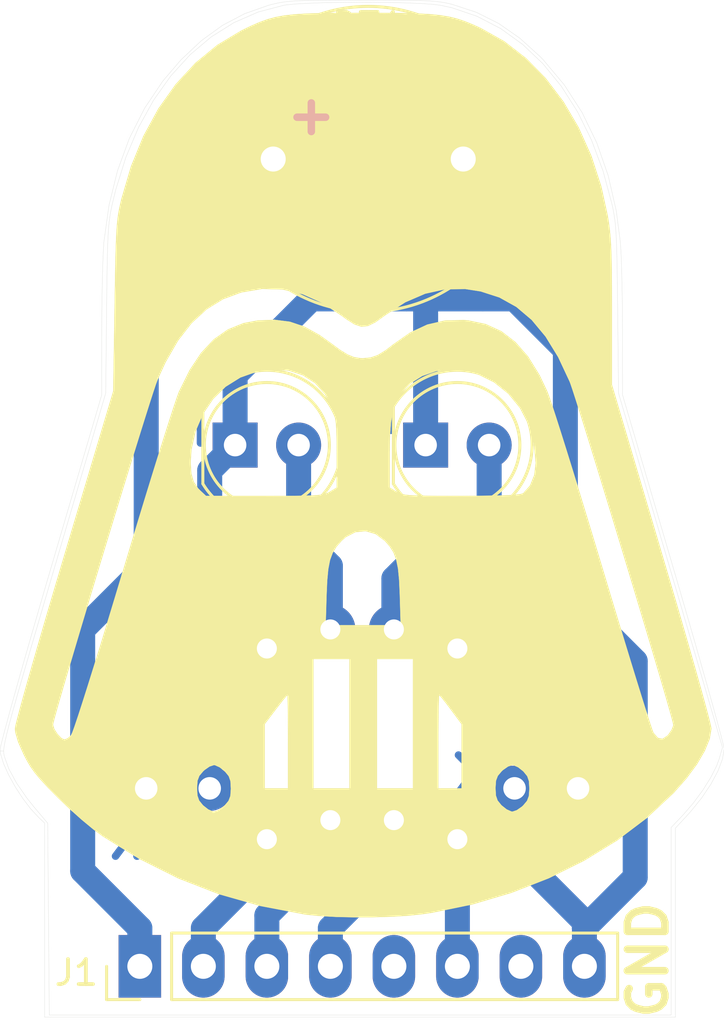
<source format=kicad_pcb>
(kicad_pcb (version 4) (host pcbnew 4.0.7-e2-6376~58~ubuntu16.04.1)

  (general
    (links 14)
    (no_connects 0)
    (area 115.872999 57.706999 145.239001 101.267619)
    (thickness 1.6)
    (drawings 8)
    (tracks 68)
    (zones 0)
    (modules 12)
    (nets 11)
  )

  (page A4)
  (layers
    (0 F.Cu signal)
    (31 B.Cu signal)
    (32 B.Adhes user)
    (33 F.Adhes user)
    (34 B.Paste user)
    (35 F.Paste user)
    (36 B.SilkS user)
    (37 F.SilkS user)
    (38 B.Mask user)
    (39 F.Mask user)
    (40 Dwgs.User user)
    (41 Cmts.User user)
    (42 Eco1.User user)
    (43 Eco2.User user)
    (44 Edge.Cuts user)
    (45 Margin user)
    (46 B.CrtYd user)
    (47 F.CrtYd user)
    (48 B.Fab user)
    (49 F.Fab user)
  )

  (setup
    (last_trace_width 1)
    (trace_clearance 0.2)
    (zone_clearance 0.508)
    (zone_45_only no)
    (trace_min 0.2)
    (segment_width 0.2)
    (edge_width 0.15)
    (via_size 0.6)
    (via_drill 0.4)
    (via_min_size 0.4)
    (via_min_drill 0.3)
    (uvia_size 0.3)
    (uvia_drill 0.1)
    (uvias_allowed no)
    (uvia_min_size 0.2)
    (uvia_min_drill 0.1)
    (pcb_text_width 0.3)
    (pcb_text_size 1.5 1.5)
    (mod_edge_width 0.15)
    (mod_text_size 1 1)
    (mod_text_width 0.15)
    (pad_size 1.8 1.8)
    (pad_drill 0.9)
    (pad_to_mask_clearance 0.2)
    (aux_axis_origin 0 0)
    (visible_elements FFFFFEFF)
    (pcbplotparams
      (layerselection 0x03030_80000001)
      (usegerberextensions false)
      (gerberprecision 5)
      (excludeedgelayer false)
      (linewidth 0.050000)
      (plotframeref true)
      (viasonmask false)
      (mode 1)
      (useauxorigin false)
      (hpglpennumber 1)
      (hpglpenspeed 20)
      (hpglpendiameter 15)
      (hpglpenoverlay 2)
      (psnegative false)
      (psa4output false)
      (plotreference true)
      (plotvalue true)
      (plotinvisibletext false)
      (padsonsilk false)
      (subtractmaskfromsilk false)
      (outputformat 1)
      (mirror false)
      (drillshape 0)
      (scaleselection 1)
      (outputdirectory gerber/))
  )

  (net 0 "")
  (net 1 "Net-(BZ1-Pad1)")
  (net 2 GND)
  (net 3 "Net-(D1-Pad2)")
  (net 4 "Net-(D2-Pad2)")
  (net 5 "Net-(D3-Pad2)")
  (net 6 "Net-(D4-Pad2)")
  (net 7 "Net-(J1-Pad2)")
  (net 8 "Net-(J1-Pad3)")
  (net 9 "Net-(J1-Pad4)")
  (net 10 "Net-(J1-Pad6)")

  (net_class Default "This is the default net class."
    (clearance 0.2)
    (trace_width 1)
    (via_dia 0.6)
    (via_drill 0.4)
    (uvia_dia 0.3)
    (uvia_drill 0.1)
    (add_net GND)
    (add_net "Net-(BZ1-Pad1)")
    (add_net "Net-(D1-Pad2)")
    (add_net "Net-(D2-Pad2)")
    (add_net "Net-(D3-Pad2)")
    (add_net "Net-(D4-Pad2)")
    (add_net "Net-(J1-Pad2)")
    (add_net "Net-(J1-Pad3)")
    (add_net "Net-(J1-Pad4)")
    (add_net "Net-(J1-Pad6)")
  )

  (module Darth:darth_borda (layer F.Cu) (tedit 0) (tstamp 5A9AEDCE)
    (at 130.556 78.232)
    (fp_text reference Darthzinho (at 0 0) (layer F.SilkS) hide
      (effects (font (thickness 0.3)))
    )
    (fp_text value Darthzinho (at 0.75 0) (layer F.SilkS) hide
      (effects (font (thickness 0.3)))
    )
    (fp_poly (pts (xy 0.798251 -20.319267) (xy 1.447995 -20.316408) (xy 1.970054 -20.310438) (xy 2.385251 -20.300373)
      (xy 2.714408 -20.285225) (xy 2.978347 -20.264011) (xy 3.197891 -20.235744) (xy 3.393862 -20.199438)
      (xy 3.587083 -20.154108) (xy 3.605956 -20.149321) (xy 4.566735 -19.833549) (xy 5.459283 -19.38842)
      (xy 6.304493 -18.801227) (xy 7.123257 -18.059262) (xy 7.240518 -17.938602) (xy 8.082899 -16.937138)
      (xy 8.799368 -15.826307) (xy 9.386903 -14.613241) (xy 9.842483 -13.30507) (xy 10.163087 -11.908924)
      (xy 10.327765 -10.652206) (xy 10.349794 -10.315216) (xy 10.369744 -9.841023) (xy 10.386838 -9.261757)
      (xy 10.400296 -8.609544) (xy 10.409342 -7.916511) (xy 10.413196 -7.214785) (xy 10.413275 -7.12217)
      (xy 10.414 -4.550005) (xy 12.446 2.372418) (xy 12.754084 3.425482) (xy 13.047969 4.436843)
      (xy 13.324147 5.394033) (xy 13.579114 6.284585) (xy 13.809363 7.096031) (xy 14.011389 7.815905)
      (xy 14.181686 8.431739) (xy 14.316749 8.931067) (xy 14.413071 9.30142) (xy 14.467147 9.530332)
      (xy 14.478 9.598707) (xy 14.413918 10.002363) (xy 14.231735 10.483341) (xy 13.946543 11.014398)
      (xy 13.573431 11.568293) (xy 13.127493 12.117785) (xy 13.011616 12.245649) (xy 12.530666 12.764965)
      (xy 12.530666 20.32) (xy -12.7 20.32) (xy -12.7 12.560183) (xy -12.919592 12.354925)
      (xy -13.248762 12.002572) (xy -13.575826 11.573916) (xy -13.880485 11.104528) (xy -14.142439 10.629981)
      (xy -14.341388 10.185846) (xy -14.457034 9.807695) (xy -14.470937 9.685905) (xy -14.335409 9.685905)
      (xy -14.332374 9.774401) (xy -14.320971 9.84911) (xy -14.309099 9.90058) (xy -14.126877 10.400643)
      (xy -13.819934 10.965644) (xy -13.404929 11.567322) (xy -13.10925 11.936231) (xy -12.574473 12.569462)
      (xy -12.543011 16.402398) (xy -12.511548 20.235333) (xy 12.361333 20.235333) (xy 12.361333 12.738129)
      (xy 12.841326 12.232231) (xy 13.245527 11.765404) (xy 13.621093 11.256058) (xy 13.941011 10.746048)
      (xy 14.178266 10.277231) (xy 14.27757 10.006875) (xy 14.412948 9.54119) (xy 12.334064 2.463428)
      (xy 10.255179 -4.614334) (xy 10.219557 -7.958667) (xy 10.209813 -8.815382) (xy 10.199858 -9.522744)
      (xy 10.188632 -10.100733) (xy 10.175073 -10.569327) (xy 10.158122 -10.948506) (xy 10.136718 -11.258247)
      (xy 10.1098 -11.518531) (xy 10.076308 -11.749335) (xy 10.035181 -11.970639) (xy 9.997086 -12.149667)
      (xy 9.637893 -13.486487) (xy 9.175225 -14.725405) (xy 8.615671 -15.858778) (xy 7.965816 -16.878963)
      (xy 7.232249 -17.778316) (xy 6.421557 -18.549194) (xy 5.540327 -19.183953) (xy 4.595146 -19.674952)
      (xy 3.592602 -20.014545) (xy 3.132666 -20.114456) (xy 2.819533 -20.153005) (xy 2.367092 -20.184091)
      (xy 1.805206 -20.207714) (xy 1.163737 -20.223873) (xy 0.472545 -20.232568) (xy -0.238508 -20.2338)
      (xy -0.939559 -20.227569) (xy -1.600748 -20.213874) (xy -2.192213 -20.192716) (xy -2.684091 -20.164094)
      (xy -3.046522 -20.128009) (xy -3.132667 -20.114456) (xy -4.158478 -19.844256) (xy -5.129838 -19.41927)
      (xy -6.040162 -18.847143) (xy -6.88286 -18.135518) (xy -7.651347 -17.292038) (xy -8.339034 -16.324346)
      (xy -8.939334 -15.240085) (xy -9.44566 -14.046899) (xy -9.851425 -12.752432) (xy -9.997087 -12.149667)
      (xy -10.04491 -11.921902) (xy -10.08427 -11.700243) (xy -10.116227 -11.464711) (xy -10.141841 -11.195329)
      (xy -10.162173 -10.872116) (xy -10.178283 -10.475095) (xy -10.19123 -9.984287) (xy -10.202075 -9.379713)
      (xy -10.211879 -8.641394) (xy -10.219498 -7.958667) (xy -10.25506 -4.614334) (xy -12.330283 2.449913)
      (xy -12.692649 3.683831) (xy -13.009988 4.765934) (xy -13.285119 5.70684) (xy -13.520863 6.517166)
      (xy -13.720039 7.207529) (xy -13.885468 7.788547) (xy -14.019969 8.270839) (xy -14.126362 8.665021)
      (xy -14.207468 8.981711) (xy -14.266105 9.231527) (xy -14.305095 9.425086) (xy -14.327256 9.573006)
      (xy -14.335409 9.685905) (xy -14.470937 9.685905) (xy -14.478 9.624043) (xy -14.4545 9.494085)
      (xy -14.386337 9.214316) (xy -14.277024 8.797263) (xy -14.130071 8.255451) (xy -13.948989 7.601407)
      (xy -13.737289 6.847656) (xy -13.498482 6.006725) (xy -13.236077 5.091139) (xy -12.953588 4.113425)
      (xy -12.654523 3.086109) (xy -12.446001 2.374169) (xy -10.414001 -4.546638) (xy -10.413276 -7.120486)
      (xy -10.410177 -7.821127) (xy -10.401785 -8.517338) (xy -10.388879 -9.177009) (xy -10.372235 -9.768033)
      (xy -10.352633 -10.258301) (xy -10.330847 -10.615707) (xy -10.327766 -10.652206) (xy -10.124835 -12.117844)
      (xy -9.784348 -13.501598) (xy -9.309326 -14.796336) (xy -8.70279 -15.99493) (xy -7.967761 -17.090247)
      (xy -7.240519 -17.938602) (xy -6.423848 -18.703963) (xy -5.583746 -19.312717) (xy -4.699323 -19.777571)
      (xy -3.749685 -20.111235) (xy -3.605957 -20.149321) (xy -3.411919 -20.195555) (xy -3.217099 -20.232671)
      (xy -3.000674 -20.261656) (xy -2.741822 -20.283495) (xy -2.419721 -20.299174) (xy -2.013548 -20.309677)
      (xy -1.50248 -20.315992) (xy -0.865696 -20.319103) (xy -0.082373 -20.319995) (xy -0.000001 -20.32)
      (xy 0.798251 -20.319267)) (layer Edge.Cuts) (width 0.01))
    (fp_poly (pts (xy 0.798251 -20.319267) (xy 1.447995 -20.316408) (xy 1.970054 -20.310438) (xy 2.385251 -20.300373)
      (xy 2.714408 -20.285225) (xy 2.978347 -20.264011) (xy 3.197891 -20.235744) (xy 3.393862 -20.199438)
      (xy 3.587083 -20.154108) (xy 3.605956 -20.149321) (xy 4.566735 -19.833549) (xy 5.459283 -19.38842)
      (xy 6.304493 -18.801227) (xy 7.123257 -18.059262) (xy 7.240518 -17.938602) (xy 8.082899 -16.937138)
      (xy 8.799368 -15.826307) (xy 9.386903 -14.613241) (xy 9.842483 -13.30507) (xy 10.163087 -11.908924)
      (xy 10.327765 -10.652206) (xy 10.349794 -10.315216) (xy 10.369744 -9.841023) (xy 10.386838 -9.261757)
      (xy 10.400296 -8.609544) (xy 10.409342 -7.916511) (xy 10.413196 -7.214785) (xy 10.413275 -7.12217)
      (xy 10.414 -4.550005) (xy 12.446 2.372418) (xy 12.754084 3.425482) (xy 13.047969 4.436843)
      (xy 13.324147 5.394033) (xy 13.579114 6.284585) (xy 13.809363 7.096031) (xy 14.011389 7.815905)
      (xy 14.181686 8.431739) (xy 14.316749 8.931067) (xy 14.413071 9.30142) (xy 14.467147 9.530332)
      (xy 14.478 9.598707) (xy 14.413918 10.002363) (xy 14.231735 10.483341) (xy 13.946543 11.014398)
      (xy 13.573431 11.568293) (xy 13.127493 12.117785) (xy 13.011616 12.245649) (xy 12.530666 12.764965)
      (xy 12.530666 20.32) (xy -12.7 20.32) (xy -12.7 12.560183) (xy -12.919592 12.354925)
      (xy -13.248762 12.002572) (xy -13.575826 11.573916) (xy -13.880485 11.104528) (xy -14.142439 10.629981)
      (xy -14.341388 10.185846) (xy -14.457034 9.807695) (xy -14.470937 9.685905) (xy -14.335409 9.685905)
      (xy -14.332374 9.774401) (xy -14.320971 9.84911) (xy -14.309099 9.90058) (xy -14.126877 10.400643)
      (xy -13.819934 10.965644) (xy -13.404929 11.567322) (xy -13.10925 11.936231) (xy -12.574473 12.569462)
      (xy -12.543011 16.402398) (xy -12.511548 20.235333) (xy 12.361333 20.235333) (xy 12.361333 12.738129)
      (xy 12.841326 12.232231) (xy 13.245527 11.765404) (xy 13.621093 11.256058) (xy 13.941011 10.746048)
      (xy 14.178266 10.277231) (xy 14.27757 10.006875) (xy 14.412948 9.54119) (xy 12.334064 2.463428)
      (xy 10.255179 -4.614334) (xy 10.219557 -7.958667) (xy 10.209813 -8.815382) (xy 10.199858 -9.522744)
      (xy 10.188632 -10.100733) (xy 10.175073 -10.569327) (xy 10.158122 -10.948506) (xy 10.136718 -11.258247)
      (xy 10.1098 -11.518531) (xy 10.076308 -11.749335) (xy 10.035181 -11.970639) (xy 9.997086 -12.149667)
      (xy 9.637893 -13.486487) (xy 9.175225 -14.725405) (xy 8.615671 -15.858778) (xy 7.965816 -16.878963)
      (xy 7.232249 -17.778316) (xy 6.421557 -18.549194) (xy 5.540327 -19.183953) (xy 4.595146 -19.674952)
      (xy 3.592602 -20.014545) (xy 3.132666 -20.114456) (xy 2.819533 -20.153005) (xy 2.367092 -20.184091)
      (xy 1.805206 -20.207714) (xy 1.163737 -20.223873) (xy 0.472545 -20.232568) (xy -0.238508 -20.2338)
      (xy -0.939559 -20.227569) (xy -1.600748 -20.213874) (xy -2.192213 -20.192716) (xy -2.684091 -20.164094)
      (xy -3.046522 -20.128009) (xy -3.132667 -20.114456) (xy -4.158478 -19.844256) (xy -5.129838 -19.41927)
      (xy -6.040162 -18.847143) (xy -6.88286 -18.135518) (xy -7.651347 -17.292038) (xy -8.339034 -16.324346)
      (xy -8.939334 -15.240085) (xy -9.44566 -14.046899) (xy -9.851425 -12.752432) (xy -9.997087 -12.149667)
      (xy -10.04491 -11.921902) (xy -10.08427 -11.700243) (xy -10.116227 -11.464711) (xy -10.141841 -11.195329)
      (xy -10.162173 -10.872116) (xy -10.178283 -10.475095) (xy -10.19123 -9.984287) (xy -10.202075 -9.379713)
      (xy -10.211879 -8.641394) (xy -10.219498 -7.958667) (xy -10.25506 -4.614334) (xy -12.330283 2.449913)
      (xy -12.692649 3.683831) (xy -13.009988 4.765934) (xy -13.285119 5.70684) (xy -13.520863 6.517166)
      (xy -13.720039 7.207529) (xy -13.885468 7.788547) (xy -14.019969 8.270839) (xy -14.126362 8.665021)
      (xy -14.207468 8.981711) (xy -14.266105 9.231527) (xy -14.305095 9.425086) (xy -14.327256 9.573006)
      (xy -14.335409 9.685905) (xy -14.470937 9.685905) (xy -14.478 9.624043) (xy -14.4545 9.494085)
      (xy -14.386337 9.214316) (xy -14.277024 8.797263) (xy -14.130071 8.255451) (xy -13.948989 7.601407)
      (xy -13.737289 6.847656) (xy -13.498482 6.006725) (xy -13.236077 5.091139) (xy -12.953588 4.113425)
      (xy -12.654523 3.086109) (xy -12.446001 2.374169) (xy -10.414001 -4.546638) (xy -10.413276 -7.120486)
      (xy -10.410177 -7.821127) (xy -10.401785 -8.517338) (xy -10.388879 -9.177009) (xy -10.372235 -9.768033)
      (xy -10.352633 -10.258301) (xy -10.330847 -10.615707) (xy -10.327766 -10.652206) (xy -10.124835 -12.117844)
      (xy -9.784348 -13.501598) (xy -9.309326 -14.796336) (xy -8.70279 -15.99493) (xy -7.967761 -17.090247)
      (xy -7.240519 -17.938602) (xy -6.423848 -18.703963) (xy -5.583746 -19.312717) (xy -4.699323 -19.777571)
      (xy -3.749685 -20.111235) (xy -3.605957 -20.149321) (xy -3.411919 -20.195555) (xy -3.217099 -20.232671)
      (xy -3.000674 -20.261656) (xy -2.741822 -20.283495) (xy -2.419721 -20.299174) (xy -2.013548 -20.309677)
      (xy -1.50248 -20.315992) (xy -0.865696 -20.319103) (xy -0.082373 -20.319995) (xy -0.000001 -20.32)
      (xy 0.798251 -20.319267)) (layer Margin) (width 0.01))
  )

  (module Buzzers_Beepers:Buzzer_12x9.5RM7.6 (layer F.Cu) (tedit 5A9B01D3) (tstamp 5A9AEE42)
    (at 127 64.262)
    (descr "Generic Buzzer, D12mm height 9.5mm with RM7.6mm")
    (tags buzzer)
    (path /5A95F091)
    (fp_text reference BZ1 (at 3.81 -5.334) (layer F.SilkS)
      (effects (font (size 1 1) (thickness 0.15)))
    )
    (fp_text value Buzzer (at 3.8 7.4) (layer F.Fab)
      (effects (font (size 1 1) (thickness 0.15)))
    )
    (fp_text user + (at -0.01 -2.54) (layer F.SilkS)
      (effects (font (size 1 1) (thickness 0.15)))
    )
    (fp_text user + (at -0.01 -2.54) (layer F.SilkS)
      (effects (font (size 1 1) (thickness 0.15)))
    )
    (fp_text user %R (at 3.8 -4) (layer F.Fab)
      (effects (font (size 1 1) (thickness 0.15)))
    )
    (fp_circle (center 3.8 0) (end 10.05 0) (layer F.CrtYd) (width 0.05))
    (fp_circle (center 3.8 0) (end 9.8 0) (layer F.Fab) (width 0.1))
    (fp_circle (center 3.8 0) (end 4.8 0) (layer F.Fab) (width 0.1))
    (fp_circle (center 3.8 0) (end 9.9 0) (layer F.SilkS) (width 0.12))
    (pad 1 thru_hole rect (at 0 0) (size 2 2) (drill 1) (layers *.Cu *.Mask)
      (net 1 "Net-(BZ1-Pad1)"))
    (pad 2 thru_hole circle (at 7.6 0) (size 2.3 2.3) (drill 1) (layers *.Cu *.Mask)
      (net 2 GND))
    (model ${KISYS3DMOD}/Buzzers_Beepers.3dshapes/Buzzer_12x9.5RM7.6.wrl
      (at (xyz 0.15 0 0))
      (scale (xyz 4 4 4))
      (rotate (xyz 0 0 0))
    )
  )

  (module Resistors_ThroughHole:R_Axial_DIN0207_L6.3mm_D2.5mm_P7.62mm_Horizontal (layer F.Cu) (tedit 5A9B0172) (tstamp 5A9AEEBE)
    (at 126.746 91.44 90)
    (descr "Resistor, Axial_DIN0207 series, Axial, Horizontal, pin pitch=7.62mm, 0.25W = 1/4W, length*diameter=6.3*2.5mm^2, http://cdn-reichelt.de/documents/datenblatt/B400/1_4W%23YAG.pdf")
    (tags "Resistor Axial_DIN0207 series Axial Horizontal pin pitch 7.62mm 0.25W = 1/4W length 6.3mm diameter 2.5mm")
    (path /5A95F655)
    (fp_text reference R1 (at 1.524 0 90) (layer F.SilkS) hide
      (effects (font (size 1 1) (thickness 0.15)))
    )
    (fp_text value R (at 3.81 2.31 90) (layer F.Fab)
      (effects (font (size 1 1) (thickness 0.15)))
    )
    (fp_line (start 0.66 -1.25) (end 0.66 1.25) (layer F.Fab) (width 0.1))
    (fp_line (start 0.66 1.25) (end 6.96 1.25) (layer F.Fab) (width 0.1))
    (fp_line (start 6.96 1.25) (end 6.96 -1.25) (layer F.Fab) (width 0.1))
    (fp_line (start 6.96 -1.25) (end 0.66 -1.25) (layer F.Fab) (width 0.1))
    (fp_line (start 0 0) (end 0.66 0) (layer F.Fab) (width 0.1))
    (fp_line (start 7.62 0) (end 6.96 0) (layer F.Fab) (width 0.1))
    (fp_line (start 0.6 -0.98) (end 0.6 -1.31) (layer F.SilkS) (width 0.12))
    (fp_line (start 0.6 -1.31) (end 7.02 -1.31) (layer F.SilkS) (width 0.12))
    (fp_line (start 7.02 -1.31) (end 7.02 -0.98) (layer F.SilkS) (width 0.12))
    (fp_line (start 0.6 0.98) (end 0.6 1.31) (layer F.SilkS) (width 0.12))
    (fp_line (start 0.6 1.31) (end 7.02 1.31) (layer F.SilkS) (width 0.12))
    (fp_line (start 7.02 1.31) (end 7.02 0.98) (layer F.SilkS) (width 0.12))
    (fp_line (start -1.05 -1.6) (end -1.05 1.6) (layer F.CrtYd) (width 0.05))
    (fp_line (start -1.05 1.6) (end 8.7 1.6) (layer F.CrtYd) (width 0.05))
    (fp_line (start 8.7 1.6) (end 8.7 -1.6) (layer F.CrtYd) (width 0.05))
    (fp_line (start 8.7 -1.6) (end -1.05 -1.6) (layer F.CrtYd) (width 0.05))
    (pad 1 thru_hole circle (at 0 0 90) (size 2 2) (drill 0.8) (layers *.Cu *.Mask)
      (net 7 "Net-(J1-Pad2)"))
    (pad 2 thru_hole oval (at 7.62 0 90) (size 2 2) (drill 0.8) (layers *.Cu *.Mask)
      (net 3 "Net-(D1-Pad2)"))
    (model ${KISYS3DMOD}/Resistors_THT.3dshapes/R_Axial_DIN0207_L6.3mm_D2.5mm_P7.62mm_Horizontal.wrl
      (at (xyz 0 0 0))
      (scale (xyz 0.393701 0.393701 0.393701))
      (rotate (xyz 0 0 0))
    )
  )

  (module Resistors_ThroughHole:R_Axial_DIN0207_L6.3mm_D2.5mm_P7.62mm_Horizontal (layer F.Cu) (tedit 5A9B016D) (tstamp 5A9AEED4)
    (at 129.286 90.678 90)
    (descr "Resistor, Axial_DIN0207 series, Axial, Horizontal, pin pitch=7.62mm, 0.25W = 1/4W, length*diameter=6.3*2.5mm^2, http://cdn-reichelt.de/documents/datenblatt/B400/1_4W%23YAG.pdf")
    (tags "Resistor Axial_DIN0207 series Axial Horizontal pin pitch 7.62mm 0.25W = 1/4W length 6.3mm diameter 2.5mm")
    (path /5A95F595)
    (fp_text reference R2 (at 1.524 0 90) (layer F.SilkS) hide
      (effects (font (size 1 1) (thickness 0.15)))
    )
    (fp_text value R (at 3.81 2.31 90) (layer F.Fab)
      (effects (font (size 1 1) (thickness 0.15)))
    )
    (fp_line (start 0.66 -1.25) (end 0.66 1.25) (layer F.Fab) (width 0.1))
    (fp_line (start 0.66 1.25) (end 6.96 1.25) (layer F.Fab) (width 0.1))
    (fp_line (start 6.96 1.25) (end 6.96 -1.25) (layer F.Fab) (width 0.1))
    (fp_line (start 6.96 -1.25) (end 0.66 -1.25) (layer F.Fab) (width 0.1))
    (fp_line (start 0 0) (end 0.66 0) (layer F.Fab) (width 0.1))
    (fp_line (start 7.62 0) (end 6.96 0) (layer F.Fab) (width 0.1))
    (fp_line (start 0.6 -0.98) (end 0.6 -1.31) (layer F.SilkS) (width 0.12))
    (fp_line (start 0.6 -1.31) (end 7.02 -1.31) (layer F.SilkS) (width 0.12))
    (fp_line (start 7.02 -1.31) (end 7.02 -0.98) (layer F.SilkS) (width 0.12))
    (fp_line (start 0.6 0.98) (end 0.6 1.31) (layer F.SilkS) (width 0.12))
    (fp_line (start 0.6 1.31) (end 7.02 1.31) (layer F.SilkS) (width 0.12))
    (fp_line (start 7.02 1.31) (end 7.02 0.98) (layer F.SilkS) (width 0.12))
    (fp_line (start -1.05 -1.6) (end -1.05 1.6) (layer F.CrtYd) (width 0.05))
    (fp_line (start -1.05 1.6) (end 8.7 1.6) (layer F.CrtYd) (width 0.05))
    (fp_line (start 8.7 1.6) (end 8.7 -1.6) (layer F.CrtYd) (width 0.05))
    (fp_line (start 8.7 -1.6) (end -1.05 -1.6) (layer F.CrtYd) (width 0.05))
    (pad 1 thru_hole circle (at 0 0 90) (size 2 2) (drill 0.8) (layers *.Cu *.Mask)
      (net 8 "Net-(J1-Pad3)"))
    (pad 2 thru_hole oval (at 7.62 0 90) (size 2 2) (drill 0.8) (layers *.Cu *.Mask)
      (net 4 "Net-(D2-Pad2)"))
    (model ${KISYS3DMOD}/Resistors_THT.3dshapes/R_Axial_DIN0207_L6.3mm_D2.5mm_P7.62mm_Horizontal.wrl
      (at (xyz 0 0 0))
      (scale (xyz 0.393701 0.393701 0.393701))
      (rotate (xyz 0 0 0))
    )
  )

  (module Resistors_ThroughHole:R_Axial_DIN0207_L6.3mm_D2.5mm_P7.62mm_Horizontal (layer F.Cu) (tedit 5A9B0162) (tstamp 5A9AEEEA)
    (at 131.826 90.678 90)
    (descr "Resistor, Axial_DIN0207 series, Axial, Horizontal, pin pitch=7.62mm, 0.25W = 1/4W, length*diameter=6.3*2.5mm^2, http://cdn-reichelt.de/documents/datenblatt/B400/1_4W%23YAG.pdf")
    (tags "Resistor Axial_DIN0207 series Axial Horizontal pin pitch 7.62mm 0.25W = 1/4W length 6.3mm diameter 2.5mm")
    (path /5A95F4FA)
    (fp_text reference R3 (at 1.524 0 90) (layer F.SilkS) hide
      (effects (font (size 1 1) (thickness 0.15)))
    )
    (fp_text value R (at 3.81 2.31 90) (layer F.Fab)
      (effects (font (size 1 1) (thickness 0.15)))
    )
    (fp_line (start 0.66 -1.25) (end 0.66 1.25) (layer F.Fab) (width 0.1))
    (fp_line (start 0.66 1.25) (end 6.96 1.25) (layer F.Fab) (width 0.1))
    (fp_line (start 6.96 1.25) (end 6.96 -1.25) (layer F.Fab) (width 0.1))
    (fp_line (start 6.96 -1.25) (end 0.66 -1.25) (layer F.Fab) (width 0.1))
    (fp_line (start 0 0) (end 0.66 0) (layer F.Fab) (width 0.1))
    (fp_line (start 7.62 0) (end 6.96 0) (layer F.Fab) (width 0.1))
    (fp_line (start 0.6 -0.98) (end 0.6 -1.31) (layer F.SilkS) (width 0.12))
    (fp_line (start 0.6 -1.31) (end 7.02 -1.31) (layer F.SilkS) (width 0.12))
    (fp_line (start 7.02 -1.31) (end 7.02 -0.98) (layer F.SilkS) (width 0.12))
    (fp_line (start 0.6 0.98) (end 0.6 1.31) (layer F.SilkS) (width 0.12))
    (fp_line (start 0.6 1.31) (end 7.02 1.31) (layer F.SilkS) (width 0.12))
    (fp_line (start 7.02 1.31) (end 7.02 0.98) (layer F.SilkS) (width 0.12))
    (fp_line (start -1.05 -1.6) (end -1.05 1.6) (layer F.CrtYd) (width 0.05))
    (fp_line (start -1.05 1.6) (end 8.7 1.6) (layer F.CrtYd) (width 0.05))
    (fp_line (start 8.7 1.6) (end 8.7 -1.6) (layer F.CrtYd) (width 0.05))
    (fp_line (start 8.7 -1.6) (end -1.05 -1.6) (layer F.CrtYd) (width 0.05))
    (pad 1 thru_hole circle (at 0 0 90) (size 2 2) (drill 0.8) (layers *.Cu *.Mask)
      (net 9 "Net-(J1-Pad4)"))
    (pad 2 thru_hole oval (at 7.62 0 90) (size 2 2) (drill 0.8) (layers *.Cu *.Mask)
      (net 5 "Net-(D3-Pad2)"))
    (model ${KISYS3DMOD}/Resistors_THT.3dshapes/R_Axial_DIN0207_L6.3mm_D2.5mm_P7.62mm_Horizontal.wrl
      (at (xyz 0 0 0))
      (scale (xyz 0.393701 0.393701 0.393701))
      (rotate (xyz 0 0 0))
    )
  )

  (module Resistors_ThroughHole:R_Axial_DIN0207_L6.3mm_D2.5mm_P7.62mm_Horizontal (layer F.Cu) (tedit 5A9B0168) (tstamp 5A9AEF00)
    (at 134.366 91.44 90)
    (descr "Resistor, Axial_DIN0207 series, Axial, Horizontal, pin pitch=7.62mm, 0.25W = 1/4W, length*diameter=6.3*2.5mm^2, http://cdn-reichelt.de/documents/datenblatt/B400/1_4W%23YAG.pdf")
    (tags "Resistor Axial_DIN0207 series Axial Horizontal pin pitch 7.62mm 0.25W = 1/4W length 6.3mm diameter 2.5mm")
    (path /5A95F323)
    (fp_text reference R4 (at 1.524 0.254 90) (layer F.SilkS) hide
      (effects (font (size 1 1) (thickness 0.15)))
    )
    (fp_text value R (at 3.81 2.31 90) (layer F.Fab)
      (effects (font (size 1 1) (thickness 0.15)))
    )
    (fp_line (start 0.66 -1.25) (end 0.66 1.25) (layer F.Fab) (width 0.1))
    (fp_line (start 0.66 1.25) (end 6.96 1.25) (layer F.Fab) (width 0.1))
    (fp_line (start 6.96 1.25) (end 6.96 -1.25) (layer F.Fab) (width 0.1))
    (fp_line (start 6.96 -1.25) (end 0.66 -1.25) (layer F.Fab) (width 0.1))
    (fp_line (start 0 0) (end 0.66 0) (layer F.Fab) (width 0.1))
    (fp_line (start 7.62 0) (end 6.96 0) (layer F.Fab) (width 0.1))
    (fp_line (start 0.6 -0.98) (end 0.6 -1.31) (layer F.SilkS) (width 0.12))
    (fp_line (start 0.6 -1.31) (end 7.02 -1.31) (layer F.SilkS) (width 0.12))
    (fp_line (start 7.02 -1.31) (end 7.02 -0.98) (layer F.SilkS) (width 0.12))
    (fp_line (start 0.6 0.98) (end 0.6 1.31) (layer F.SilkS) (width 0.12))
    (fp_line (start 0.6 1.31) (end 7.02 1.31) (layer F.SilkS) (width 0.12))
    (fp_line (start 7.02 1.31) (end 7.02 0.98) (layer F.SilkS) (width 0.12))
    (fp_line (start -1.05 -1.6) (end -1.05 1.6) (layer F.CrtYd) (width 0.05))
    (fp_line (start -1.05 1.6) (end 8.7 1.6) (layer F.CrtYd) (width 0.05))
    (fp_line (start 8.7 1.6) (end 8.7 -1.6) (layer F.CrtYd) (width 0.05))
    (fp_line (start 8.7 -1.6) (end -1.05 -1.6) (layer F.CrtYd) (width 0.05))
    (pad 1 thru_hole circle (at 0 0 90) (size 2 2) (drill 0.8) (layers *.Cu *.Mask)
      (net 10 "Net-(J1-Pad6)"))
    (pad 2 thru_hole oval (at 7.62 0 90) (size 2 2) (drill 0.8) (layers *.Cu *.Mask)
      (net 6 "Net-(D4-Pad2)"))
    (model ${KISYS3DMOD}/Resistors_THT.3dshapes/R_Axial_DIN0207_L6.3mm_D2.5mm_P7.62mm_Horizontal.wrl
      (at (xyz 0 0 0))
      (scale (xyz 0.393701 0.393701 0.393701))
      (rotate (xyz 0 0 0))
    )
  )

  (module Darth:darth (layer F.Cu) (tedit 5A9B0054) (tstamp 5A9AEF4E)
    (at 130.556 76.454)
    (fp_text reference G*** (at 0 0) (layer F.SilkS) hide
      (effects (font (thickness 0.3)))
    )
    (fp_text value LOGO (at 0.75 0) (layer F.SilkS) hide
      (effects (font (thickness 0.3)))
    )
    (fp_poly (pts (xy 0.909464 -18.032116) (xy 1.629558 -18.024547) (xy 2.224892 -18.00842) (xy 2.717739 -17.980865)
      (xy 3.130373 -17.939008) (xy 3.485069 -17.879976) (xy 3.804102 -17.800898) (xy 4.109745 -17.6989)
      (xy 4.424273 -17.571111) (xy 4.741168 -17.428048) (xy 5.682392 -16.899221) (xy 6.553399 -16.224942)
      (xy 7.345983 -15.417332) (xy 8.051935 -14.488511) (xy 8.66305 -13.450597) (xy 9.17112 -12.315711)
      (xy 9.56794 -11.095972) (xy 9.826084 -9.918754) (xy 9.872317 -9.627689) (xy 9.909215 -9.337145)
      (xy 9.937778 -9.02372) (xy 9.959007 -8.664008) (xy 9.973903 -8.234605) (xy 9.983466 -7.712106)
      (xy 9.988697 -7.073108) (xy 9.990595 -6.294206) (xy 9.990667 -6.06868) (xy 9.990667 -3.17952)
      (xy 11.980333 3.530656) (xy 12.294113 4.592837) (xy 12.591459 5.607126) (xy 12.868935 6.561359)
      (xy 13.123104 7.443376) (xy 13.350528 8.241014) (xy 13.547773 8.942111) (xy 13.711399 9.534506)
      (xy 13.837972 10.006036) (xy 13.924054 10.34454) (xy 13.966208 10.537855) (xy 13.97 10.571612)
      (xy 13.901647 10.979187) (xy 13.704729 11.460092) (xy 13.391456 11.993547) (xy 12.974038 12.558777)
      (xy 12.464685 13.135004) (xy 12.461866 13.137942) (xy 11.393878 14.133798) (xy 10.194767 15.038764)
      (xy 8.881032 15.844898) (xy 7.469175 16.544258) (xy 5.975697 17.128905) (xy 4.4171 17.590895)
      (xy 2.809884 17.922288) (xy 2.388922 17.985683) (xy 1.836195 18.043558) (xy 1.171728 18.083054)
      (xy 0.44121 18.104092) (xy -0.309669 18.106593) (xy -1.035221 18.090477) (xy -1.689755 18.055665)
      (xy -2.227583 18.002078) (xy -2.286 17.993809) (xy -4.056207 17.656621) (xy -5.739497 17.178458)
      (xy -7.350994 16.553482) (xy -8.905822 15.775852) (xy -10.371667 14.871864) (xy -10.753809 14.589452)
      (xy -11.206329 14.216039) (xy -11.687463 13.7875) (xy -12.155448 13.339714) (xy -12.157089 13.33808)
      (xy -12.537207 12.954) (xy -6.604 12.954) (xy -6.587381 13.243036) (xy -6.519184 13.440474)
      (xy -6.371897 13.622333) (xy -6.356513 13.637846) (xy -6.155939 13.796033) (xy -5.965885 13.880809)
      (xy -5.926667 13.885333) (xy -5.752583 13.827808) (xy -5.547239 13.68493) (xy -5.496821 13.637846)
      (xy -5.342315 13.454039) (xy -5.269014 13.260495) (xy -5.249407 12.981197) (xy -5.249333 12.954)
      (xy -5.265952 12.664963) (xy -5.33415 12.467525) (xy -5.481437 12.285666) (xy -5.496821 12.270153)
      (xy -5.697395 12.111966) (xy -5.887449 12.02719) (xy -5.926667 12.022666) (xy -6.100751 12.080191)
      (xy -6.306095 12.223069) (xy -6.356513 12.270153) (xy -6.511018 12.45396) (xy -6.584319 12.647504)
      (xy -6.603927 12.926802) (xy -6.604 12.954) (xy -12.537207 12.954) (xy -12.559542 12.931433)
      (xy -12.862461 12.607737) (xy -13.091017 12.33539) (xy -13.270382 12.082787) (xy -13.425725 11.818328)
      (xy -13.532922 11.610696) (xy -13.756715 11.107881) (xy -13.870412 10.721616) (xy -13.885333 10.570399)
      (xy -13.861317 10.43619) (xy -13.856386 10.416098) (xy -12.361333 10.416098) (xy -12.30875 10.58753)
      (xy -12.182547 10.783701) (xy -12.030047 10.943684) (xy -11.902644 11.006666) (xy -11.769013 10.948854)
      (xy -11.64361 10.83948) (xy -11.593816 10.730792) (xy -11.499526 10.470161) (xy -11.471175 10.386016)
      (xy -3.894667 10.386016) (xy -3.894667 12.954) (xy -2.963333 12.954) (xy -2.963333 11.091333)
      (xy -2.964448 10.550226) (xy -2.967567 10.070916) (xy -2.972359 9.677568) (xy -2.978488 9.39435)
      (xy -2.985622 9.245428) (xy -2.989068 9.228666) (xy -3.048226 9.291218) (xy -3.184056 9.458198)
      (xy -3.371597 9.698587) (xy -3.454735 9.807341) (xy -3.894667 10.386016) (xy -11.471175 10.386016)
      (xy -11.364054 10.068091) (xy -11.190714 9.535081) (xy -10.982822 8.881634) (xy -10.743692 8.11825)
      (xy -10.641889 7.789333) (xy -1.947333 7.789333) (xy -1.947333 12.954) (xy -0.508 12.954)
      (xy -0.508 7.789333) (xy 0.592667 7.789333) (xy 0.592667 12.954) (xy 2.032 12.954)
      (xy 2.032 11.091333) (xy 3.048 11.091333) (xy 3.048 12.954) (xy 3.979333 12.954)
      (xy 5.334 12.954) (xy 5.350619 13.243036) (xy 5.418816 13.440474) (xy 5.566103 13.622333)
      (xy 5.581487 13.637846) (xy 5.782061 13.796033) (xy 5.972115 13.880809) (xy 6.011333 13.885333)
      (xy 6.185417 13.827808) (xy 6.390761 13.68493) (xy 6.441179 13.637846) (xy 6.595685 13.454039)
      (xy 6.668986 13.260495) (xy 6.688593 12.981197) (xy 6.688667 12.954) (xy 6.672048 12.664963)
      (xy 6.60385 12.467525) (xy 6.456563 12.285666) (xy 6.441179 12.270153) (xy 6.240605 12.111966)
      (xy 6.050551 12.02719) (xy 6.011333 12.022666) (xy 5.837249 12.080191) (xy 5.631905 12.223069)
      (xy 5.581487 12.270153) (xy 5.426982 12.45396) (xy 5.353681 12.647504) (xy 5.334073 12.926802)
      (xy 5.334 12.954) (xy 3.979333 12.954) (xy 3.979333 10.392378) (xy 3.547986 9.810522)
      (xy 3.349329 9.547578) (xy 3.1903 9.346479) (xy 3.09605 9.238652) (xy 3.082319 9.228666)
      (xy 3.072349 9.309304) (xy 3.063518 9.535108) (xy 3.056271 9.88191) (xy 3.051053 10.325545)
      (xy 3.048309 10.841846) (xy 3.048 11.091333) (xy 2.032 11.091333) (xy 2.032 7.789333)
      (xy 0.592667 7.789333) (xy -0.508 7.789333) (xy -1.947333 7.789333) (xy -10.641889 7.789333)
      (xy -10.476639 7.255432) (xy -10.225117 6.434666) (xy -1.458164 6.434666) (xy 1.54283 6.434666)
      (xy 1.50677 5.228166) (xy 1.480389 4.631368) (xy 1.435705 4.171365) (xy 1.363792 3.81588)
      (xy 1.255727 3.532635) (xy 1.102587 3.289354) (xy 0.909631 3.068338) (xy 0.54129 2.793277)
      (xy 0.139748 2.676432) (xy -0.268104 2.717818) (xy -0.655378 2.917446) (xy -0.824182 3.06753)
      (xy -1.02807 3.302879) (xy -1.178424 3.547667) (xy -1.28418 3.834189) (xy -1.354277 4.194743)
      (xy -1.397653 4.661626) (xy -1.422104 5.228166) (xy -1.458164 6.434666) (xy -10.225117 6.434666)
      (xy -10.184976 6.303681) (xy -9.872019 5.273499) (xy -9.55759 4.230364) (xy -9.247904 3.203052)
      (xy -8.946 2.208921) (xy -8.656261 1.261966) (xy -8.383069 0.37618) (xy -8.243476 -0.072391)
      (xy -6.858 -0.072391) (xy -6.830639 0.371042) (xy -6.73744 0.700604) (xy -6.561731 0.964463)
      (xy -6.465499 1.061576) (xy -6.240607 1.27) (xy -3.90347 1.269683) (xy -3.208645 1.268891)
      (xy -2.662245 1.265828) (xy -2.243366 1.259148) (xy -1.931101 1.247507) (xy -1.704546 1.22956)
      (xy -1.542795 1.203961) (xy -1.424943 1.169365) (xy -1.330084 1.124427) (xy -1.291167 1.101594)
      (xy -1.016 0.933822) (xy -1.016 -0.418913) (xy 1.100667 -0.418913) (xy 1.100667 0.933822)
      (xy 1.375833 1.101594) (xy 1.46726 1.151457) (xy 1.572462 1.190326) (xy 1.712394 1.219531)
      (xy 1.90801 1.240405) (xy 2.180266 1.254279) (xy 2.550117 1.262483) (xy 3.038517 1.266349)
      (xy 3.666421 1.267208) (xy 3.979333 1.26699) (xy 4.734232 1.263937) (xy 5.333209 1.256099)
      (xy 5.789625 1.242897) (xy 6.11684 1.22375) (xy 6.328212 1.19808) (xy 6.437103 1.165306)
      (xy 6.445116 1.159976) (xy 6.717232 0.850455) (xy 6.8872 0.428221) (xy 6.94235 -0.045712)
      (xy 6.868302 -0.850084) (xy 6.653001 -1.590152) (xy 6.308256 -2.250404) (xy 5.845878 -2.815327)
      (xy 5.277676 -3.269409) (xy 4.615458 -3.597135) (xy 4.132516 -3.736707) (xy 3.545842 -3.790191)
      (xy 2.95458 -3.714483) (xy 2.401982 -3.52205) (xy 1.931298 -3.225361) (xy 1.746602 -3.048955)
      (xy 1.520326 -2.764639) (xy 1.351144 -2.461511) (xy 1.231824 -2.110127) (xy 1.155133 -1.681043)
      (xy 1.113841 -1.144817) (xy 1.100717 -0.472003) (xy 1.100667 -0.418913) (xy -1.016 -0.418913)
      (xy -1.018777 -0.953666) (xy -1.029393 -1.35412) (xy -1.051274 -1.65525) (xy -1.087847 -1.892033)
      (xy -1.142539 -2.099445) (xy -1.195561 -2.251568) (xy -1.48435 -2.803643) (xy -1.883167 -3.239689)
      (xy -2.373159 -3.55351) (xy -2.935474 -3.738912) (xy -3.551261 -3.789703) (xy -4.201667 -3.699686)
      (xy -4.867842 -3.462669) (xy -4.873491 -3.460019) (xy -5.459454 -3.094059) (xy -5.962198 -2.598188)
      (xy -6.367144 -1.997295) (xy -6.659712 -1.316266) (xy -6.825324 -0.579991) (xy -6.858 -0.072391)
      (xy -8.243476 -0.072391) (xy -8.130807 -0.434441) (xy -7.903859 -1.155903) (xy -7.706606 -1.774212)
      (xy -7.543432 -2.275372) (xy -7.418718 -2.645389) (xy -7.336848 -2.870269) (xy -7.324642 -2.899754)
      (xy -6.901858 -3.753721) (xy -6.440101 -4.447757) (xy -5.932331 -4.988229) (xy -5.37151 -5.3815)
      (xy -4.7506 -5.633936) (xy -4.182328 -5.741296) (xy -3.500209 -5.768781) (xy -2.887869 -5.690697)
      (xy -2.306061 -5.494951) (xy -1.715538 -5.169451) (xy -1.2495 -4.837655) (xy -0.870523 -4.55933)
      (xy -0.574847 -4.378798) (xy -0.32276 -4.277483) (xy -0.074552 -4.236807) (xy 0.042333 -4.233334)
      (xy 0.342416 -4.261636) (xy 0.625883 -4.360398) (xy 0.938137 -4.550404) (xy 1.236706 -4.780057)
      (xy 1.919802 -5.258787) (xy 2.605299 -5.576596) (xy 3.315757 -5.740691) (xy 4.073737 -5.758278)
      (xy 4.250936 -5.743011) (xy 4.943384 -5.598089) (xy 5.568866 -5.311962) (xy 6.132818 -4.87976)
      (xy 6.640679 -4.29661) (xy 7.097887 -3.557641) (xy 7.4012 -2.920701) (xy 7.475118 -2.724108)
      (xy 7.592712 -2.379367) (xy 7.749534 -1.900681) (xy 7.941138 -1.302254) (xy 8.163079 -0.598287)
      (xy 8.410908 0.197014) (xy 8.680182 1.069447) (xy 8.966452 2.004808) (xy 9.265273 2.988894)
      (xy 9.572198 4.007501) (xy 9.621776 4.172782) (xy 9.924341 5.179374) (xy 10.215243 6.141886)
      (xy 10.490527 7.047548) (xy 10.746237 7.883587) (xy 10.978417 8.637235) (xy 11.183113 9.295721)
      (xy 11.356368 9.846273) (xy 11.494227 10.276121) (xy 11.592735 10.572495) (xy 11.647936 10.722624)
      (xy 11.654657 10.73605) (xy 11.834245 10.940396) (xy 12.014654 10.977218) (xy 12.208187 10.847935)
      (xy 12.247675 10.804456) (xy 12.381951 10.608207) (xy 12.445267 10.436643) (xy 12.446 10.422795)
      (xy 12.421805 10.309383) (xy 12.352191 10.048903) (xy 12.241618 9.656109) (xy 12.094543 9.145756)
      (xy 11.915424 8.532596) (xy 11.708718 7.831385) (xy 11.478886 7.056876) (xy 11.230383 6.223823)
      (xy 10.967669 5.34698) (xy 10.695201 4.4411) (xy 10.417438 3.520937) (xy 10.138837 2.601246)
      (xy 9.863857 1.69678) (xy 9.596955 0.822293) (xy 9.342591 -0.007461) (xy 9.105221 -0.777728)
      (xy 8.889304 -1.473754) (xy 8.699299 -2.080786) (xy 8.539662 -2.584069) (xy 8.414853 -2.968849)
      (xy 8.329328 -3.220374) (xy 8.30016 -3.297754) (xy 7.840682 -4.277167) (xy 7.336488 -5.097408)
      (xy 6.781033 -5.764284) (xy 6.167768 -6.283598) (xy 5.490148 -6.661156) (xy 4.741624 -6.902762)
      (xy 4.126092 -6.998584) (xy 3.323944 -6.98902) (xy 2.522346 -6.812043) (xy 1.726877 -6.469496)
      (xy 0.943112 -5.963226) (xy 0.90219 -5.932002) (xy 0.529392 -5.665516) (xy 0.232039 -5.519285)
      (xy -0.033153 -5.492827) (xy -0.309467 -5.585662) (xy -0.640189 -5.797309) (xy -0.794814 -5.913139)
      (xy -1.587203 -6.436428) (xy -2.38064 -6.791493) (xy -3.178384 -6.979434) (xy -3.983697 -7.001344)
      (xy -4.021667 -6.998318) (xy -4.827739 -6.862062) (xy -5.558858 -6.592449) (xy -6.221365 -6.183956)
      (xy -6.8216 -5.631059) (xy -7.365905 -4.928237) (xy -7.860618 -4.069966) (xy -8.179528 -3.376759)
      (xy -8.243258 -3.203106) (xy -8.348801 -2.887984) (xy -8.491688 -2.446139) (xy -8.667449 -1.892312)
      (xy -8.871613 -1.241249) (xy -9.09971 -0.507692) (xy -9.347269 0.293613) (xy -9.609822 1.147924)
      (xy -9.882898 2.040496) (xy -10.162026 2.956586) (xy -10.442737 3.88145) (xy -10.72056 4.800343)
      (xy -10.991025 5.698523) (xy -11.249663 6.561245) (xy -11.492002 7.373765) (xy -11.713573 8.12134)
      (xy -11.909906 8.789226) (xy -12.076531 9.362679) (xy -12.208977 9.826955) (xy -12.302775 10.16731)
      (xy -12.353453 10.369) (xy -12.361333 10.416098) (xy -13.856386 10.416098) (xy -13.791508 10.151766)
      (xy -13.679271 9.728953) (xy -13.527969 9.179579) (xy -13.340966 8.51547) (xy -13.121624 7.748453)
      (xy -12.873307 6.890354) (xy -12.599379 5.953) (xy -12.303203 4.948219) (xy -11.988142 3.887836)
      (xy -11.919746 3.658703) (xy -9.954159 -2.921) (xy -9.899954 -6.307667) (xy -9.885917 -7.16031)
      (xy -9.872867 -7.863491) (xy -9.859548 -8.437066) (xy -9.844704 -8.900891) (xy -9.82708 -9.274823)
      (xy -9.805419 -9.578717) (xy -9.778467 -9.832431) (xy -9.744967 -10.05582) (xy -9.703664 -10.268741)
      (xy -9.653302 -10.491049) (xy -9.628964 -10.59275) (xy -9.244706 -11.900462) (xy -8.75013 -13.107026)
      (xy -8.151328 -14.203944) (xy -7.454392 -15.182721) (xy -6.665413 -16.034858) (xy -5.790483 -16.751858)
      (xy -4.835694 -17.325226) (xy -4.783667 -17.351105) (xy -4.425272 -17.523135) (xy -4.102073 -17.663681)
      (xy -3.791729 -17.775905) (xy -3.471901 -17.862967) (xy -3.120251 -17.928029) (xy -2.714439 -17.974251)
      (xy -2.232126 -18.004795) (xy -1.650972 -18.022822) (xy -0.948639 -18.031493) (xy -0.102787 -18.033968)
      (xy 0.042333 -18.034) (xy 0.909464 -18.032116)) (layer F.SilkS) (width 0.01))
  )

  (module Pin_Headers:Pin_Header_Straight_1x08_Pitch2.54mm (layer F.Cu) (tedit 5A9B0295) (tstamp 5A9B042C)
    (at 121.666 96.52 90)
    (descr "Through hole straight pin header, 1x08, 2.54mm pitch, single row")
    (tags "Through hole pin header THT 1x08 2.54mm single row")
    (path /5A95FD8A)
    (fp_text reference J1 (at -0.254 -2.54 180) (layer F.SilkS)
      (effects (font (size 1 1) (thickness 0.15)))
    )
    (fp_text value Conn_01x08 (at 0 20.11 90) (layer F.Fab) hide
      (effects (font (size 1 1) (thickness 0.15)))
    )
    (fp_line (start -0.635 -1.27) (end 1.27 -1.27) (layer F.Fab) (width 0.1))
    (fp_line (start 1.27 -1.27) (end 1.27 19.05) (layer F.Fab) (width 0.1))
    (fp_line (start 1.27 19.05) (end -1.27 19.05) (layer F.Fab) (width 0.1))
    (fp_line (start -1.27 19.05) (end -1.27 -0.635) (layer F.Fab) (width 0.1))
    (fp_line (start -1.27 -0.635) (end -0.635 -1.27) (layer F.Fab) (width 0.1))
    (fp_line (start -1.33 19.11) (end 1.33 19.11) (layer F.SilkS) (width 0.12))
    (fp_line (start -1.33 1.27) (end -1.33 19.11) (layer F.SilkS) (width 0.12))
    (fp_line (start 1.33 1.27) (end 1.33 19.11) (layer F.SilkS) (width 0.12))
    (fp_line (start -1.33 1.27) (end 1.33 1.27) (layer F.SilkS) (width 0.12))
    (fp_line (start -1.33 0) (end -1.33 -1.33) (layer F.SilkS) (width 0.12))
    (fp_line (start -1.33 -1.33) (end 0 -1.33) (layer F.SilkS) (width 0.12))
    (fp_line (start -1.8 -1.8) (end -1.8 19.55) (layer F.CrtYd) (width 0.05))
    (fp_line (start -1.8 19.55) (end 1.8 19.55) (layer F.CrtYd) (width 0.05))
    (fp_line (start 1.8 19.55) (end 1.8 -1.8) (layer F.CrtYd) (width 0.05))
    (fp_line (start 1.8 -1.8) (end -1.8 -1.8) (layer F.CrtYd) (width 0.05))
    (fp_text user %R (at 0 8.89 180) (layer F.Fab)
      (effects (font (size 1 1) (thickness 0.15)))
    )
    (pad 1 thru_hole rect (at 0 0 90) (size 2.5 1.7) (drill 1) (layers *.Cu *.Mask)
      (net 1 "Net-(BZ1-Pad1)"))
    (pad 2 thru_hole oval (at 0 2.54 90) (size 2.5 1.7) (drill 1) (layers *.Cu *.Mask)
      (net 7 "Net-(J1-Pad2)"))
    (pad 3 thru_hole oval (at 0 5.08 90) (size 2.5 1.7) (drill 1) (layers *.Cu *.Mask)
      (net 8 "Net-(J1-Pad3)"))
    (pad 4 thru_hole oval (at 0 7.62 90) (size 2.5 1.7) (drill 1) (layers *.Cu *.Mask)
      (net 9 "Net-(J1-Pad4)"))
    (pad 5 thru_hole oval (at 0 10.16 90) (size 2.5 1.7) (drill 1) (layers *.Cu *.Mask))
    (pad 6 thru_hole oval (at 0 12.7 90) (size 2.5 1.7) (drill 1) (layers *.Cu *.Mask)
      (net 10 "Net-(J1-Pad6)"))
    (pad 7 thru_hole oval (at 0 15.24 90) (size 2.5 1.7) (drill 1) (layers *.Cu *.Mask))
    (pad 8 thru_hole oval (at 0 17.78 90) (size 2.5 1.7) (drill 1) (layers *.Cu *.Mask)
      (net 2 GND))
    (model ${KISYS3DMOD}/Pin_Headers.3dshapes/Pin_Header_Straight_1x08_Pitch2.54mm.wrl
      (at (xyz 0 0 0))
      (scale (xyz 1 1 1))
      (rotate (xyz 0 0 0))
    )
  )

  (module LEDs:LED_D3.0mm (layer F.Cu) (tedit 5A9B0192) (tstamp 5A9B0866)
    (at 121.92 89.408)
    (descr "LED, diameter 3.0mm, 2 pins")
    (tags "LED diameter 3.0mm 2 pins")
    (path /5A95EFB2)
    (fp_text reference D1 (at 1.27 -2.96) (layer F.SilkS) hide
      (effects (font (size 1 1) (thickness 0.15)))
    )
    (fp_text value LED (at 1.27 2.96) (layer F.Fab)
      (effects (font (size 1 1) (thickness 0.15)))
    )
    (fp_arc (start 1.27 0) (end -0.23 -1.16619) (angle 284.3) (layer F.Fab) (width 0.1))
    (fp_arc (start 1.27 0) (end -0.29 -1.235516) (angle 108.8) (layer F.SilkS) (width 0.12))
    (fp_arc (start 1.27 0) (end -0.29 1.235516) (angle -108.8) (layer F.SilkS) (width 0.12))
    (fp_arc (start 1.27 0) (end 0.229039 -1.08) (angle 87.9) (layer F.SilkS) (width 0.12))
    (fp_arc (start 1.27 0) (end 0.229039 1.08) (angle -87.9) (layer F.SilkS) (width 0.12))
    (fp_circle (center 1.27 0) (end 2.77 0) (layer F.Fab) (width 0.1))
    (fp_line (start -0.23 -1.16619) (end -0.23 1.16619) (layer F.Fab) (width 0.1))
    (fp_line (start -0.29 -1.236) (end -0.29 -1.08) (layer F.SilkS) (width 0.12))
    (fp_line (start -0.29 1.08) (end -0.29 1.236) (layer F.SilkS) (width 0.12))
    (fp_line (start -1.15 -2.25) (end -1.15 2.25) (layer F.CrtYd) (width 0.05))
    (fp_line (start -1.15 2.25) (end 3.7 2.25) (layer F.CrtYd) (width 0.05))
    (fp_line (start 3.7 2.25) (end 3.7 -2.25) (layer F.CrtYd) (width 0.05))
    (fp_line (start 3.7 -2.25) (end -1.15 -2.25) (layer F.CrtYd) (width 0.05))
    (pad 1 thru_hole rect (at 0 0) (size 1.8 1.8) (drill 0.9) (layers *.Cu *.Mask)
      (net 2 GND))
    (pad 2 thru_hole circle (at 2.54 0) (size 1.8 1.8) (drill 0.9) (layers *.Cu *.Mask)
      (net 3 "Net-(D1-Pad2)"))
    (model ${KISYS3DMOD}/LEDs.3dshapes/LED_D3.0mm.wrl
      (at (xyz 0 0 0))
      (scale (xyz 0.393701 0.393701 0.393701))
      (rotate (xyz 0 0 0))
    )
  )

  (module LEDs:LED_D5.0mm (layer F.Cu) (tedit 5A9B01A7) (tstamp 5A9B0878)
    (at 125.476 75.692)
    (descr "LED, diameter 5.0mm, 2 pins, http://cdn-reichelt.de/documents/datenblatt/A500/LL-504BC2E-009.pdf")
    (tags "LED diameter 5.0mm 2 pins")
    (path /5A95EEEF)
    (fp_text reference D2 (at 1.27 -3.96) (layer F.SilkS) hide
      (effects (font (size 1 1) (thickness 0.15)))
    )
    (fp_text value LED (at 1.27 3.96) (layer F.Fab)
      (effects (font (size 1 1) (thickness 0.15)))
    )
    (fp_arc (start 1.27 0) (end -1.23 -1.469694) (angle 299.1) (layer F.Fab) (width 0.1))
    (fp_arc (start 1.27 0) (end -1.29 -1.54483) (angle 148.9) (layer F.SilkS) (width 0.12))
    (fp_arc (start 1.27 0) (end -1.29 1.54483) (angle -148.9) (layer F.SilkS) (width 0.12))
    (fp_circle (center 1.27 0) (end 3.77 0) (layer F.Fab) (width 0.1))
    (fp_circle (center 1.27 0) (end 3.77 0) (layer F.SilkS) (width 0.12))
    (fp_line (start -1.23 -1.469694) (end -1.23 1.469694) (layer F.Fab) (width 0.1))
    (fp_line (start -1.29 -1.545) (end -1.29 1.545) (layer F.SilkS) (width 0.12))
    (fp_line (start -1.95 -3.25) (end -1.95 3.25) (layer F.CrtYd) (width 0.05))
    (fp_line (start -1.95 3.25) (end 4.5 3.25) (layer F.CrtYd) (width 0.05))
    (fp_line (start 4.5 3.25) (end 4.5 -3.25) (layer F.CrtYd) (width 0.05))
    (fp_line (start 4.5 -3.25) (end -1.95 -3.25) (layer F.CrtYd) (width 0.05))
    (fp_text user %R (at 1.25 0) (layer F.Fab)
      (effects (font (size 0.8 0.8) (thickness 0.2)))
    )
    (pad 1 thru_hole rect (at 0 0) (size 1.8 1.8) (drill 0.9) (layers *.Cu *.Mask)
      (net 2 GND))
    (pad 2 thru_hole circle (at 2.54 0) (size 1.8 1.8) (drill 0.9) (layers *.Cu *.Mask)
      (net 4 "Net-(D2-Pad2)"))
    (model ${KISYS3DMOD}/LEDs.3dshapes/LED_D5.0mm.wrl
      (at (xyz 0 0 0))
      (scale (xyz 0.393701 0.393701 0.393701))
      (rotate (xyz 0 0 0))
    )
  )

  (module LEDs:LED_D5.0mm (layer F.Cu) (tedit 5A9B01A2) (tstamp 5A9B088A)
    (at 133.096 75.692)
    (descr "LED, diameter 5.0mm, 2 pins, http://cdn-reichelt.de/documents/datenblatt/A500/LL-504BC2E-009.pdf")
    (tags "LED diameter 5.0mm 2 pins")
    (path /5A95ED7A)
    (fp_text reference D3 (at 1.27 -3.96) (layer F.SilkS) hide
      (effects (font (size 1 1) (thickness 0.15)))
    )
    (fp_text value LED (at 1.27 3.96) (layer F.Fab)
      (effects (font (size 1 1) (thickness 0.15)))
    )
    (fp_arc (start 1.27 0) (end -1.23 -1.469694) (angle 299.1) (layer F.Fab) (width 0.1))
    (fp_arc (start 1.27 0) (end -1.29 -1.54483) (angle 148.9) (layer F.SilkS) (width 0.12))
    (fp_arc (start 1.27 0) (end -1.29 1.54483) (angle -148.9) (layer F.SilkS) (width 0.12))
    (fp_circle (center 1.27 0) (end 3.77 0) (layer F.Fab) (width 0.1))
    (fp_circle (center 1.27 0) (end 3.77 0) (layer F.SilkS) (width 0.12))
    (fp_line (start -1.23 -1.469694) (end -1.23 1.469694) (layer F.Fab) (width 0.1))
    (fp_line (start -1.29 -1.545) (end -1.29 1.545) (layer F.SilkS) (width 0.12))
    (fp_line (start -1.95 -3.25) (end -1.95 3.25) (layer F.CrtYd) (width 0.05))
    (fp_line (start -1.95 3.25) (end 4.5 3.25) (layer F.CrtYd) (width 0.05))
    (fp_line (start 4.5 3.25) (end 4.5 -3.25) (layer F.CrtYd) (width 0.05))
    (fp_line (start 4.5 -3.25) (end -1.95 -3.25) (layer F.CrtYd) (width 0.05))
    (fp_text user %R (at 1.25 0) (layer F.Fab)
      (effects (font (size 0.8 0.8) (thickness 0.2)))
    )
    (pad 1 thru_hole rect (at 0 0) (size 1.8 1.8) (drill 0.9) (layers *.Cu *.Mask)
      (net 2 GND))
    (pad 2 thru_hole circle (at 2.54 0) (size 1.8 1.8) (drill 0.9) (layers *.Cu *.Mask)
      (net 5 "Net-(D3-Pad2)"))
    (model ${KISYS3DMOD}/LEDs.3dshapes/LED_D5.0mm.wrl
      (at (xyz 0 0 0))
      (scale (xyz 0.393701 0.393701 0.393701))
      (rotate (xyz 0 0 0))
    )
  )

  (module LEDs:LED_D3.0mm (layer F.Cu) (tedit 5A9B018C) (tstamp 5A9B089D)
    (at 136.652 89.408)
    (descr "LED, diameter 3.0mm, 2 pins")
    (tags "LED diameter 3.0mm 2 pins")
    (path /5A95EBFE)
    (fp_text reference D4 (at 1.27 -2.96) (layer F.SilkS) hide
      (effects (font (size 1 1) (thickness 0.15)))
    )
    (fp_text value LED (at 1.27 2.96) (layer F.Fab)
      (effects (font (size 1 1) (thickness 0.15)))
    )
    (fp_arc (start 1.27 0) (end -0.23 -1.16619) (angle 284.3) (layer F.Fab) (width 0.1))
    (fp_arc (start 1.27 0) (end -0.29 -1.235516) (angle 108.8) (layer F.SilkS) (width 0.12))
    (fp_arc (start 1.27 0) (end -0.29 1.235516) (angle -108.8) (layer F.SilkS) (width 0.12))
    (fp_arc (start 1.27 0) (end 0.229039 -1.08) (angle 87.9) (layer F.SilkS) (width 0.12))
    (fp_arc (start 1.27 0) (end 0.229039 1.08) (angle -87.9) (layer F.SilkS) (width 0.12))
    (fp_circle (center 1.27 0) (end 2.77 0) (layer F.Fab) (width 0.1))
    (fp_line (start -0.23 -1.16619) (end -0.23 1.16619) (layer F.Fab) (width 0.1))
    (fp_line (start -0.29 -1.236) (end -0.29 -1.08) (layer F.SilkS) (width 0.12))
    (fp_line (start -0.29 1.08) (end -0.29 1.236) (layer F.SilkS) (width 0.12))
    (fp_line (start -1.15 -2.25) (end -1.15 2.25) (layer F.CrtYd) (width 0.05))
    (fp_line (start -1.15 2.25) (end 3.7 2.25) (layer F.CrtYd) (width 0.05))
    (fp_line (start 3.7 2.25) (end 3.7 -2.25) (layer F.CrtYd) (width 0.05))
    (fp_line (start 3.7 -2.25) (end -1.15 -2.25) (layer F.CrtYd) (width 0.05))
    (pad 1 thru_hole rect (at 0 0) (size 1.8 1.8) (drill 0.9) (layers *.Cu *.Mask)
      (net 2 GND))
    (pad 2 thru_hole circle (at 2.54 0) (size 1.8 1.8) (drill 0.9) (layers *.Cu *.Mask)
      (net 6 "Net-(D4-Pad2)"))
    (model ${KISYS3DMOD}/LEDs.3dshapes/LED_D3.0mm.wrl
      (at (xyz 0 0 0))
      (scale (xyz 0.393701 0.393701 0.393701))
      (rotate (xyz 0 0 0))
    )
  )

  (gr_text GND (at 141.986 96.266 90) (layer F.SilkS)
    (effects (font (size 1.5 1.5) (thickness 0.3)))
  )
  (gr_text + (at 128.524 62.484) (layer B.SilkS)
    (effects (font (size 1.5 1.5) (thickness 0.3)) (justify mirror))
  )
  (gr_text + (at 128.524 62.484) (layer B.Cu)
    (effects (font (size 1.5 1.5) (thickness 0.3)) (justify mirror))
  )
  (gr_text K (at 134.874 88.9) (layer B.Cu)
    (effects (font (size 1.5 1.5) (thickness 0.3)) (justify mirror))
  )
  (gr_text K (at 121.158 91.44) (layer B.Cu)
    (effects (font (size 1.5 1.5) (thickness 0.3)) (justify mirror))
  )
  (gr_text K (at 131.318 74.422) (layer B.Cu)
    (effects (font (size 1.5 1.5) (thickness 0.3)) (justify mirror))
  )
  (gr_text K (at 123.698 74.93) (layer B.Cu)
    (effects (font (size 1.5 1.5) (thickness 0.3)) (justify mirror))
  )
  (gr_text DarthNinho (at 130.556 60.96) (layer B.Cu)
    (effects (font (size 1.5 1.5) (thickness 0.3)) (justify mirror))
  )

  (segment (start 121.666 96.52) (end 121.666 94.996) (width 1) (layer B.Cu) (net 1))
  (segment (start 125.984 64.262) (end 127 64.262) (width 1) (layer B.Cu) (net 1) (tstamp 5A9B0A50))
  (segment (start 121.92 68.326) (end 125.984 64.262) (width 1) (layer B.Cu) (net 1) (tstamp 5A9B0A4F))
  (segment (start 121.92 80.518) (end 121.92 68.326) (width 1) (layer B.Cu) (net 1) (tstamp 5A9B0A4E))
  (segment (start 119.38 83.058) (end 121.92 80.518) (width 1) (layer B.Cu) (net 1) (tstamp 5A9B0A4D))
  (segment (start 119.38 92.71) (end 119.38 83.058) (width 1) (layer B.Cu) (net 1) (tstamp 5A9B0A4C))
  (segment (start 121.666 94.996) (end 119.38 92.71) (width 1) (layer B.Cu) (net 1) (tstamp 5A9B0A4B))
  (segment (start 135.382 69.85) (end 135.382 69.596) (width 1) (layer B.Cu) (net 2))
  (segment (start 135.382 69.596) (end 133.858 68.072) (width 1) (layer B.Cu) (net 2) (tstamp 5A9B0A86))
  (segment (start 133.223 67.691) (end 133.223 68.199) (width 1) (layer B.Cu) (net 2))
  (segment (start 133.223 68.199) (end 134.366 69.342) (width 1) (layer B.Cu) (net 2) (tstamp 5A9B0A81))
  (segment (start 132.334 69.85) (end 132.334 69.342) (width 1) (layer B.Cu) (net 2))
  (segment (start 132.334 69.342) (end 132.588 69.088) (width 1) (layer B.Cu) (net 2) (tstamp 5A9B0A7C))
  (segment (start 133.096 67.818) (end 133.223 67.691) (width 1) (layer B.Cu) (net 2))
  (segment (start 133.223 67.691) (end 131.064 69.85) (width 1) (layer B.Cu) (net 2) (tstamp 5A9B0A7F))
  (segment (start 131.572 69.596) (end 131.572 69.85) (width 1) (layer B.Cu) (net 2) (tstamp 5A9B0A71))
  (segment (start 131.318 69.85) (end 131.572 69.596) (width 1) (layer B.Cu) (net 2) (tstamp 5A9B0A70))
  (segment (start 131.064 69.85) (end 131.318 69.85) (width 1) (layer B.Cu) (net 2) (tstamp 5A9B0A6F))
  (segment (start 133.096 69.85) (end 135.382 69.85) (width 1) (layer B.Cu) (net 2))
  (segment (start 135.382 69.85) (end 136.652 69.85) (width 1) (layer B.Cu) (net 2) (tstamp 5A9B0A84))
  (segment (start 141.478 92.964) (end 139.446 94.996) (width 1) (layer B.Cu) (net 2) (tstamp 5A9B0A6A))
  (segment (start 141.478 84.328) (end 141.478 92.964) (width 1) (layer B.Cu) (net 2) (tstamp 5A9B0A69))
  (segment (start 138.684 81.534) (end 141.478 84.328) (width 1) (layer B.Cu) (net 2) (tstamp 5A9B0A68))
  (segment (start 138.684 71.882) (end 138.684 81.534) (width 1) (layer B.Cu) (net 2) (tstamp 5A9B0A67))
  (segment (start 136.652 69.85) (end 138.684 71.882) (width 1) (layer B.Cu) (net 2) (tstamp 5A9B0A66))
  (segment (start 139.446 96.52) (end 139.446 94.996) (width 1) (layer B.Cu) (net 2))
  (segment (start 139.446 94.996) (end 139.446 94.742) (width 1) (layer B.Cu) (net 2) (tstamp 5A9B0A6D))
  (segment (start 139.446 94.742) (end 136.652 91.948) (width 1) (layer B.Cu) (net 2) (tstamp 5A9B0A62))
  (segment (start 136.652 91.948) (end 136.652 89.408) (width 1) (layer B.Cu) (net 2) (tstamp 5A9B0A63))
  (segment (start 125.476 75.692) (end 125.476 72.898) (width 1) (layer B.Cu) (net 2))
  (segment (start 125.476 72.898) (end 128.524 69.85) (width 1) (layer B.Cu) (net 2) (tstamp 5A9B0A5C))
  (segment (start 128.524 69.85) (end 131.572 69.85) (width 1) (layer B.Cu) (net 2) (tstamp 5A9B0A5D))
  (segment (start 131.572 69.85) (end 132.334 69.85) (width 1) (layer B.Cu) (net 2) (tstamp 5A9B0A72))
  (segment (start 132.334 69.85) (end 133.096 69.85) (width 1) (layer B.Cu) (net 2) (tstamp 5A9B0A7A))
  (segment (start 121.92 89.408) (end 121.92 85.344) (width 1) (layer B.Cu) (net 2))
  (segment (start 124.46 76.708) (end 125.476 75.692) (width 1) (layer B.Cu) (net 2) (tstamp 5A9B0A59))
  (segment (start 124.46 82.804) (end 124.46 76.708) (width 1) (layer B.Cu) (net 2) (tstamp 5A9B0A58))
  (segment (start 121.92 85.344) (end 124.46 82.804) (width 1) (layer B.Cu) (net 2) (tstamp 5A9B0A57))
  (segment (start 133.096 75.692) (end 133.096 69.85) (width 1) (layer B.Cu) (net 2))
  (segment (start 133.096 69.85) (end 133.096 67.818) (width 1) (layer B.Cu) (net 2) (tstamp 5A9B0A60))
  (segment (start 133.096 67.818) (end 134.6 66.314) (width 1) (layer B.Cu) (net 2) (tstamp 5A9B0A53))
  (segment (start 134.6 66.314) (end 134.6 64.262) (width 1) (layer B.Cu) (net 2) (tstamp 5A9B0A54))
  (segment (start 124.46 89.408) (end 124.46 88.138) (width 1) (layer B.Cu) (net 3))
  (segment (start 126.746 85.852) (end 126.746 83.82) (width 1) (layer B.Cu) (net 3) (tstamp 5A9B0A10))
  (segment (start 124.46 88.138) (end 126.746 85.852) (width 1) (layer B.Cu) (net 3) (tstamp 5A9B0A0E))
  (segment (start 129.286 83.058) (end 129.286 80.518) (width 1) (layer B.Cu) (net 4))
  (segment (start 128.016 79.248) (end 128.016 75.692) (width 1) (layer B.Cu) (net 4) (tstamp 5A9B0A48))
  (segment (start 129.286 80.518) (end 128.016 79.248) (width 1) (layer B.Cu) (net 4) (tstamp 5A9B0A47))
  (segment (start 131.826 83.058) (end 131.826 81.026) (width 1) (layer B.Cu) (net 5))
  (segment (start 135.636 78.232) (end 135.636 75.692) (width 1) (layer B.Cu) (net 5) (tstamp 5A9B0A44))
  (segment (start 134.874 78.994) (end 135.636 78.232) (width 1) (layer B.Cu) (net 5) (tstamp 5A9B0A43))
  (segment (start 133.858 78.994) (end 134.874 78.994) (width 1) (layer B.Cu) (net 5) (tstamp 5A9B0A42))
  (segment (start 131.826 81.026) (end 133.858 78.994) (width 1) (layer B.Cu) (net 5) (tstamp 5A9B0A41))
  (segment (start 134.366 83.82) (end 134.366 85.09) (width 1) (layer B.Cu) (net 6))
  (segment (start 139.192 87.376) (end 139.192 89.408) (width 1) (layer B.Cu) (net 6) (tstamp 5A9B0A19))
  (segment (start 138.43 86.614) (end 139.192 87.376) (width 1) (layer B.Cu) (net 6) (tstamp 5A9B0A18))
  (segment (start 135.89 86.614) (end 138.43 86.614) (width 1) (layer B.Cu) (net 6) (tstamp 5A9B0A16))
  (segment (start 134.366 85.09) (end 135.89 86.614) (width 1) (layer B.Cu) (net 6) (tstamp 5A9B0A14))
  (segment (start 124.206 96.52) (end 124.206 94.996) (width 1) (layer B.Cu) (net 7))
  (segment (start 126.746 92.456) (end 126.746 91.44) (width 1) (layer B.Cu) (net 7) (tstamp 5A9B09FD))
  (segment (start 124.206 94.996) (end 126.746 92.456) (width 1) (layer B.Cu) (net 7) (tstamp 5A9B09FB))
  (segment (start 126.746 96.52) (end 126.746 94.488) (width 1) (layer B.Cu) (net 8))
  (segment (start 129.286 91.948) (end 129.286 90.678) (width 1) (layer B.Cu) (net 8) (tstamp 5A9B0A02))
  (segment (start 126.746 94.488) (end 129.286 91.948) (width 1) (layer B.Cu) (net 8) (tstamp 5A9B0A01))
  (segment (start 129.286 96.52) (end 129.286 94.996) (width 1) (layer B.Cu) (net 9))
  (segment (start 131.826 92.456) (end 131.826 90.678) (width 1) (layer B.Cu) (net 9) (tstamp 5A9B0A08))
  (segment (start 129.286 94.996) (end 131.826 92.456) (width 1) (layer B.Cu) (net 9) (tstamp 5A9B0A06))
  (segment (start 134.366 96.52) (end 134.366 91.44) (width 1) (layer B.Cu) (net 10))

)

</source>
